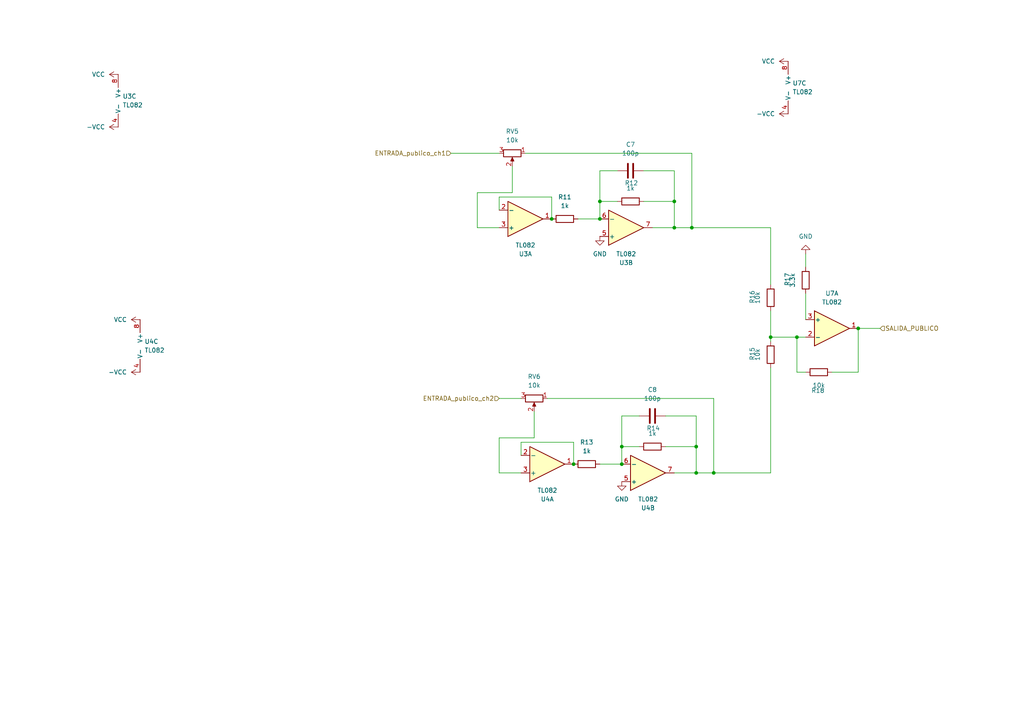
<source format=kicad_sch>
(kicad_sch (version 20231120) (generator "eeschema") (generator_version "8.0")
  (paper "A4")
  (lib_symbols
    (symbol "c:C" (pin_numbers hide) (pin_names (offset 0.254))
      (property "Reference" "C" (at 0.635 2.54 0))
      (property "Value" "C" (at 0.635 -2.54 0))
      (symbol "C_0_1"
        (polyline (pts (xy -2.032 -0.762) (xy 2.032 -0.762)) (stroke (width 0.508)))
        (polyline (pts (xy -2.032 0.762) (xy 2.032 0.762)) (stroke (width 0.508)))
      )
      (symbol "C_1_1"
        (pin passive line (at 0 3.81 270) (length 2.794) (name "~") (number "1"))
        (pin passive line (at 0 -3.81 90) (length 2.794) (name "~") (number "2"))
      )
    )
    (symbol "power:GND" (power) (pin_numbers hide) (pin_names (offset 0) hide)
      (property "Value" "GND" (at 0 -3.81 0))
      (symbol "GND_0_1"
        (polyline (pts (xy 0 0) (xy 0 -1.27) (xy 1.27 -1.27) (xy 0 -2.54) (xy -1.27 -1.27) (xy 0 -1.27)))
      )
      (symbol "GND_1_1"
        (pin power_in line (at 0 0 270) (length 0) (name "~") (number "1"))
      )
    )
    (symbol "power:VCC" (power) (pin_numbers hide) (pin_names (offset 0) hide)
      (property "Value" "VCC" (at 0 3.556 0))
      (symbol "VCC_0_1"
        (polyline (pts (xy -0.762 1.27) (xy 0 2.54)))
        (polyline (pts (xy 0 0) (xy 0 2.54)))
        (polyline (pts (xy 0 2.54) (xy 0.762 1.27)))
      )
      (symbol "VCC_1_1"
        (pin power_in line (at 0 0 90) (length 0) (name "~") (number "1"))
      )
    )
    (symbol "r:R" (pin_numbers hide) (pin_names (offset 0))
      (property "Reference" "R" (at 2.032 0 90))
      (property "Value" "R" (at 0 0 90))
      (symbol "R_0_1"
        (rectangle (start -1.016 -2.54) (end 1.016 2.54) (stroke (width 0.254)))
      )
      (symbol "R_1_1"
        (pin passive line (at 0 3.81 270) (length 1.27) (name "~") (number "1"))
        (pin passive line (at 0 -3.81 90) (length 1.27) (name "~") (number "2"))
      )
    )
    (symbol "r_potentiometer:R_Potentiometer" (pin_names (offset 1.016) hide)
      (property "Reference" "RV" (at -4.445 0 90))
      (property "Value" "R_Potentiometer" (at -2.54 0 90))
      (symbol "R_Potentiometer_0_1"
        (polyline (pts (xy 2.54 0) (xy 1.524 0)))
        (polyline (pts (xy 1.143 0) (xy 2.286 0.508) (xy 2.286 -0.508) (xy 1.143 0)) (fill (type outline)))
        (rectangle (start 1.016 2.54) (end -1.016 -2.54) (stroke (width 0.254)))
      )
      (symbol "R_Potentiometer_1_1"
        (pin passive line (at 0 3.81 270) (length 1.27) (name "1") (number "1"))
        (pin passive line (at 3.81 0 180) (length 1.27) (name "2") (number "2"))
        (pin passive line (at 0 -3.81 90) (length 1.27) (name "3") (number "3"))
      )
    )
    (symbol "tl082:TL082" (pin_names (offset 0.127))
      (property "Reference" "U" (at 0 5.08 0))
      (property "Value" "TL082" (at 0 -5.08 0))
      (symbol "TL082_1_1"
        (polyline (pts (xy -5.08 5.08) (xy 5.08 0) (xy -5.08 -5.08) (xy -5.08 5.08)) (stroke (width 0.254)) (fill (type background)))
        (pin output line (at 7.62 0 180) (length 2.54) (name "~") (number "1"))
        (pin input line (at -7.62 -2.54 0) (length 2.54) (name "-") (number "2"))
        (pin input line (at -7.62 2.54 0) (length 2.54) (name "+") (number "3"))
      )
      (symbol "TL082_2_1"
        (polyline (pts (xy -5.08 5.08) (xy 5.08 0) (xy -5.08 -5.08) (xy -5.08 5.08)) (stroke (width 0.254)) (fill (type background)))
        (pin input line (at -7.62 2.54 0) (length 2.54) (name "+") (number "5"))
        (pin input line (at -7.62 -2.54 0) (length 2.54) (name "-") (number "6"))
        (pin output line (at 7.62 0 180) (length 2.54) (name "~") (number "7"))
      )
      (symbol "TL082_3_1"
        (pin power_in line (at -2.54 -7.62 90) (length 3.81) (name "V-") (number "4"))
        (pin power_in line (at -2.54 7.62 270) (length 3.81) (name "V+") (number "8"))
      )
    )
  )
  (junction (at 166.37 134.62))
  (junction (at 223.52 97.79))
  (junction (at 195.58 66.04))
  (junction (at 180.34 129.54))
  (junction (at 180.34 134.62))
  (junction (at 200.66 66.04))
  (junction (at 201.93 137.16))
  (junction (at 173.99 63.5))
  (junction (at 195.58 58.42))
  (junction (at 248.92 95.25))
  (junction (at 160.02 63.5))
  (junction (at 201.93 129.54))
  (junction (at 231.14 97.79))
  (junction (at 207.01 137.16))
  (junction (at 173.99 58.42))
  (wire (pts (xy 233.68 73.66) (xy 233.68 77.47)))
  (wire (pts (xy 223.52 66.04) (xy 223.52 82.55)))
  (wire (pts (xy 231.14 97.79) (xy 231.14 107.95)))
  (wire (pts (xy 231.14 97.79) (xy 233.68 97.79)))
  (wire (pts (xy 173.99 58.42) (xy 173.99 49.53)))
  (wire (pts (xy 241.3 107.95) (xy 248.92 107.95)))
  (wire (pts (xy 138.43 66.04) (xy 144.78 66.04)))
  (wire (pts (xy 223.52 90.17) (xy 223.52 97.79)))
  (wire (pts (xy 144.78 137.16) (xy 151.13 137.16)))
  (wire (pts (xy 195.58 58.42) (xy 195.58 66.04)))
  (wire (pts (xy 173.99 134.62) (xy 180.34 134.62)))
  (wire (pts (xy 152.4 44.45) (xy 200.66 44.45)))
  (wire (pts (xy 166.37 128.27) (xy 166.37 134.62)))
  (wire (pts (xy 144.78 127) (xy 144.78 137.16)))
  (wire (pts (xy 138.43 55.88) (xy 148.59 55.88)))
  (wire (pts (xy 186.69 49.53) (xy 195.58 49.53)))
  (wire (pts (xy 154.94 119.38) (xy 154.94 127)))
  (wire (pts (xy 207.01 115.57) (xy 207.01 137.16)))
  (wire (pts (xy 130.81 44.45) (xy 144.78 44.45)))
  (wire (pts (xy 180.34 129.54) (xy 180.34 120.65)))
  (wire (pts (xy 223.52 137.16) (xy 207.01 137.16)))
  (wire (pts (xy 180.34 120.65) (xy 185.42 120.65)))
  (wire (pts (xy 154.94 127) (xy 144.78 127)))
  (wire (pts (xy 200.66 44.45) (xy 200.66 66.04)))
  (wire (pts (xy 248.92 107.95) (xy 248.92 95.25)))
  (wire (pts (xy 158.75 115.57) (xy 207.01 115.57)))
  (wire (pts (xy 201.93 129.54) (xy 201.93 137.16)))
  (wire (pts (xy 201.93 129.54) (xy 193.04 129.54)))
  (wire (pts (xy 223.52 97.79) (xy 231.14 97.79)))
  (wire (pts (xy 200.66 66.04) (xy 195.58 66.04)))
  (wire (pts (xy 173.99 49.53) (xy 179.07 49.53)))
  (wire (pts (xy 207.01 137.16) (xy 201.93 137.16)))
  (wire (pts (xy 201.93 120.65) (xy 201.93 129.54)))
  (wire (pts (xy 180.34 134.62) (xy 180.34 129.54)))
  (wire (pts (xy 144.78 60.96) (xy 144.78 57.15)))
  (wire (pts (xy 144.78 57.15) (xy 160.02 57.15)))
  (wire (pts (xy 151.13 132.08) (xy 151.13 128.27)))
  (wire (pts (xy 173.99 58.42) (xy 179.07 58.42)))
  (wire (pts (xy 167.64 63.5) (xy 173.99 63.5)))
  (wire (pts (xy 200.66 66.04) (xy 223.52 66.04)))
  (wire (pts (xy 231.14 107.95) (xy 233.68 107.95)))
  (wire (pts (xy 151.13 128.27) (xy 166.37 128.27)))
  (wire (pts (xy 193.04 120.65) (xy 201.93 120.65)))
  (wire (pts (xy 144.78 115.57) (xy 151.13 115.57)))
  (wire (pts (xy 138.43 55.88) (xy 138.43 66.04)))
  (wire (pts (xy 148.59 48.26) (xy 148.59 55.88)))
  (wire (pts (xy 160.02 57.15) (xy 160.02 63.5)))
  (wire (pts (xy 223.52 97.79) (xy 223.52 99.06)))
  (wire (pts (xy 248.92 95.25) (xy 255.27 95.25)))
  (wire (pts (xy 180.34 129.54) (xy 185.42 129.54)))
  (wire (pts (xy 195.58 58.42) (xy 186.69 58.42)))
  (wire (pts (xy 173.99 63.5) (xy 173.99 58.42)))
  (wire (pts (xy 201.93 137.16) (xy 195.58 137.16)))
  (wire (pts (xy 195.58 49.53) (xy 195.58 58.42)))
  (wire (pts (xy 223.52 106.68) (xy 223.52 137.16)))
  (wire (pts (xy 233.68 85.09) (xy 233.68 92.71)))
  (wire (pts (xy 195.58 66.04) (xy 189.23 66.04)))
  (hierarchical_label "ENTRADA_publico_ch1" (shape input) (at 130.81 44.45 180))
  (hierarchical_label "SALIDA_PUBLICO" (shape input) (at 255.27 95.25 0))
  (hierarchical_label "ENTRADA_publico_ch2" (shape input) (at 144.78 115.57 180))
  (symbol (lib_id "tl082:TL082") (at 43.18 100.33 0) (unit 3)
    (property "Reference" "U4" (at 41.91 99.0599 0) (effects (justify left)))
    (property "Value" "TL082" (at 41.91 101.5999 0) (effects (justify left)))
    (property "Footprint" "huellas_mm:SOIC-8_3.9x4.9mm_P1.27mm" (effects (hide yes)))
    (property "Datasheet" "http://www.ti.com/lit/ds/symlink/tl081.pdf" (effects (hide yes)))
    (property "Description" "Dual JFET-Input Operational Amplifiers, DIP-8/SOIC-8/SSOP-8" (effects (hide yes)))
  )
  (symbol (lib_id "r:R") (at 170.18 134.62 90) (unit 1)
    (property "Reference" "R13" (at 170.18 128.27 90))
    (property "Value" "1k" (at 170.18 130.81 90))
    (property "Footprint" "huellas_mm:R_0805_2012Metric_Pad1.20x1.40mm_HandSolder" (effects (hide yes)))
    (property "Description" "Resistor" (effects (hide yes)))
  )
  (symbol (lib_id "tl082:TL082") (at 181.61 66.04 0) (mirror x) (unit 2)
    (property "Reference" "U3" (at 181.61 76.2 0))
    (property "Value" "TL082" (at 181.61 73.66 0))
    (property "Footprint" "huellas_mm:SOIC-8_3.9x4.9mm_P1.27mm" (effects (hide yes)))
    (property "Datasheet" "http://www.ti.com/lit/ds/symlink/tl081.pdf" (effects (hide yes)))
    (property "Description" "Dual JFET-Input Operational Amplifiers, DIP-8/SOIC-8/SSOP-8" (effects (hide yes)))
  )
  (symbol (lib_id "r:R") (at 182.88 58.42 90) (unit 1)
    (property "Reference" "R12" (at 183.134 53.086 90))
    (property "Value" "1k" (at 182.88 54.61 90))
    (property "Footprint" "huellas_mm:R_0805_2012Metric_Pad1.20x1.40mm_HandSolder" (effects (hide yes)))
    (property "Description" "Resistor" (effects (hide yes)))
  )
  (symbol (lib_id "r:R") (at 189.23 129.54 90) (unit 1)
    (property "Reference" "R14" (at 189.484 124.206 90))
    (property "Value" "1k" (at 189.23 125.73 90))
    (property "Footprint" "huellas_mm:R_0805_2012Metric_Pad1.20x1.40mm_HandSolder" (effects (hide yes)))
    (property "Description" "Resistor" (effects (hide yes)))
  )
  (symbol (lib_id "r:R") (at 237.49 107.95 270) (unit 1)
    (property "Reference" "R18" (at 237.236 113.284 90))
    (property "Value" "10k" (at 237.49 111.76 90))
    (property "Footprint" "huellas_mm:R_0805_2012Metric_Pad1.20x1.40mm_HandSolder" (effects (hide yes)))
    (property "Description" "Resistor" (effects (hide yes)))
  )
  (symbol (lib_id "power:GND") (at 233.68 73.66 180) (unit 1)
    (property "Reference" "#PWR028" (effects (hide yes)))
    (property "Value" "GND" (at 233.68 68.58 0))
    (property "Description" "Power symbol creates a global label with name \"GND\" , ground" (effects (hide yes)))
  )
  (symbol (lib_id "c:C") (at 189.23 120.65 90) (unit 1)
    (property "Reference" "C8" (at 189.23 113.03 90))
    (property "Value" "100p" (at 189.23 115.57 90))
    (property "Footprint" "huellas_mm:C_0805_2012Metric_Pad1.18x1.45mm_HandSolder" (effects (hide yes)))
    (property "Description" "Unpolarized capacitor" (effects (hide yes)))
  )
  (symbol (lib_id "tl082:TL082") (at 187.96 137.16 0) (mirror x) (unit 2)
    (property "Reference" "U4" (at 187.96 147.32 0))
    (property "Value" "TL082" (at 187.96 144.78 0))
    (property "Footprint" "huellas_mm:SOIC-8_3.9x4.9mm_P1.27mm" (effects (hide yes)))
    (property "Datasheet" "http://www.ti.com/lit/ds/symlink/tl081.pdf" (effects (hide yes)))
    (property "Description" "Dual JFET-Input Operational Amplifiers, DIP-8/SOIC-8/SSOP-8" (effects (hide yes)))
  )
  (symbol (lib_id "tl082:TL082") (at 241.3 95.25 0) (unit 1)
    (property "Reference" "U7" (at 241.3 85.09 0))
    (property "Value" "TL082" (at 241.3 87.63 0))
    (property "Footprint" "huellas_mm:SOIC-8_3.9x4.9mm_P1.27mm" (effects (hide yes)))
    (property "Datasheet" "http://www.ti.com/lit/ds/symlink/tl081.pdf" (effects (hide yes)))
    (property "Description" "Dual JFET-Input Operational Amplifiers, DIP-8/SOIC-8/SSOP-8" (effects (hide yes)))
  )
  (symbol (lib_id "power:VCC") (at 34.29 36.83 90) (unit 1)
    (property "Reference" "#PWR040" (effects (hide yes)))
    (property "Value" "-VCC" (at 30.48 36.8299 90) (effects (justify left)))
    (property "Description" "Power symbol creates a global label with name \"VCC\"" (effects (hide yes)))
  )
  (symbol (lib_id "power:VCC") (at 228.6 17.78 90) (unit 1)
    (property "Reference" "#PWR048" (effects (hide yes)))
    (property "Value" "VCC" (at 224.79 17.7799 90) (effects (justify left)))
    (property "Description" "Power symbol creates a global label with name \"VCC\"" (effects (hide yes)))
  )
  (symbol (lib_id "power:GND") (at 173.99 68.58 0) (unit 1)
    (property "Reference" "#PWR07" (effects (hide yes)))
    (property "Value" "GND" (at 173.99 73.66 0))
    (property "Description" "Power symbol creates a global label with name \"GND\" , ground" (effects (hide yes)))
  )
  (symbol (lib_id "c:C") (at 182.88 49.53 90) (unit 1)
    (property "Reference" "C7" (at 182.88 41.91 90))
    (property "Value" "100p" (at 182.88 44.45 90))
    (property "Footprint" "huellas_mm:C_0805_2012Metric_Pad1.18x1.45mm_HandSolder" (effects (hide yes)))
    (property "Description" "Unpolarized capacitor" (effects (hide yes)))
  )
  (symbol (lib_id "tl082:TL082") (at 158.75 134.62 0) (mirror x) (unit 1)
    (property "Reference" "U4" (at 158.75 144.78 0))
    (property "Value" "TL082" (at 158.75 142.24 0))
    (property "Footprint" "huellas_mm:SOIC-8_3.9x4.9mm_P1.27mm" (effects (hide yes)))
    (property "Datasheet" "http://www.ti.com/lit/ds/symlink/tl081.pdf" (effects (hide yes)))
    (property "Description" "Dual JFET-Input Operational Amplifiers, DIP-8/SOIC-8/SSOP-8" (effects (hide yes)))
  )
  (symbol (lib_id "power:GND") (at 180.34 139.7 0) (unit 1)
    (property "Reference" "#PWR015" (effects (hide yes)))
    (property "Value" "GND" (at 180.34 144.78 0))
    (property "Description" "Power symbol creates a global label with name \"GND\" , ground" (effects (hide yes)))
  )
  (symbol (lib_id "power:VCC") (at 34.29 21.59 90) (unit 1)
    (property "Reference" "#PWR038" (effects (hide yes)))
    (property "Value" "VCC" (at 30.48 21.5899 90) (effects (justify left)))
    (property "Description" "Power symbol creates a global label with name \"VCC\"" (effects (hide yes)))
  )
  (symbol (lib_id "r:R") (at 163.83 63.5 90) (unit 1)
    (property "Reference" "R11" (at 163.83 57.15 90))
    (property "Value" "1k" (at 163.83 59.69 90))
    (property "Footprint" "huellas_mm:R_0805_2012Metric_Pad1.20x1.40mm_HandSolder" (effects (hide yes)))
    (property "Description" "Resistor" (effects (hide yes)))
  )
  (symbol (lib_id "tl082:TL082") (at 36.83 29.21 0) (unit 3)
    (property "Reference" "U3" (at 35.56 27.9399 0) (effects (justify left)))
    (property "Value" "TL082" (at 35.56 30.4799 0) (effects (justify left)))
    (property "Footprint" "huellas_mm:SOIC-8_3.9x4.9mm_P1.27mm" (effects (hide yes)))
    (property "Datasheet" "http://www.ti.com/lit/ds/symlink/tl081.pdf" (effects (hide yes)))
    (property "Description" "Dual JFET-Input Operational Amplifiers, DIP-8/SOIC-8/SSOP-8" (effects (hide yes)))
  )
  (symbol (lib_id "r:R") (at 233.68 81.28 180) (unit 1)
    (property "Reference" "R17" (at 228.346 81.026 90))
    (property "Value" "3.3k" (at 229.87 81.28 90))
    (property "Footprint" "huellas_mm:R_0805_2012Metric_Pad1.20x1.40mm_HandSolder" (effects (hide yes)))
    (property "Description" "Resistor" (effects (hide yes)))
  )
  (symbol (lib_id "tl082:TL082") (at 152.4 63.5 0) (mirror x) (unit 1)
    (property "Reference" "U3" (at 152.4 73.66 0))
    (property "Value" "TL082" (at 152.4 71.12 0))
    (property "Footprint" "huellas_mm:SOIC-8_3.9x4.9mm_P1.27mm" (effects (hide yes)))
    (property "Datasheet" "http://www.ti.com/lit/ds/symlink/tl081.pdf" (effects (hide yes)))
    (property "Description" "Dual JFET-Input Operational Amplifiers, DIP-8/SOIC-8/SSOP-8" (effects (hide yes)))
  )
  (symbol (lib_id "r:R") (at 223.52 102.87 180) (unit 1)
    (property "Reference" "R15" (at 218.186 102.616 90))
    (property "Value" "10k" (at 219.71 102.87 90))
    (property "Footprint" "huellas_mm:R_0805_2012Metric_Pad1.20x1.40mm_HandSolder" (effects (hide yes)))
    (property "Description" "Resistor" (effects (hide yes)))
  )
  (symbol (lib_id "r_potentiometer:R_Potentiometer") (at 148.59 44.45 270) (unit 1)
    (property "Reference" "RV5" (at 148.59 38.1 90))
    (property "Value" "10k" (at 148.59 40.64 90))
    (property "Footprint" "huellas_mm:PinHeader_1x03_P2.54mm_Vertical" (effects (hide yes)))
    (property "Description" "Potentiometer" (effects (hide yes)))
  )
  (symbol (lib_id "power:VCC") (at 228.6 33.02 90) (unit 1)
    (property "Reference" "#PWR049" (effects (hide yes)))
    (property "Value" "-VCC" (at 224.79 33.0199 90) (effects (justify left)))
    (property "Description" "Power symbol creates a global label with name \"VCC\"" (effects (hide yes)))
  )
  (symbol (lib_id "power:VCC") (at 40.64 107.95 90) (unit 1)
    (property "Reference" "#PWR042" (effects (hide yes)))
    (property "Value" "-VCC" (at 36.83 107.9499 90) (effects (justify left)))
    (property "Description" "Power symbol creates a global label with name \"VCC\"" (effects (hide yes)))
  )
  (symbol (lib_id "tl082:TL082") (at 231.14 25.4 0) (unit 3)
    (property "Reference" "U7" (at 229.87 24.1299 0) (effects (justify left)))
    (property "Value" "TL082" (at 229.87 26.6699 0) (effects (justify left)))
    (property "Footprint" "huellas_mm:SOIC-8_3.9x4.9mm_P1.27mm" (effects (hide yes)))
    (property "Datasheet" "http://www.ti.com/lit/ds/symlink/tl081.pdf" (effects (hide yes)))
    (property "Description" "Dual JFET-Input Operational Amplifiers, DIP-8/SOIC-8/SSOP-8" (effects (hide yes)))
  )
  (symbol (lib_id "r_potentiometer:R_Potentiometer") (at 154.94 115.57 270) (unit 1)
    (property "Reference" "RV6" (at 154.94 109.22 90))
    (property "Value" "10k" (at 154.94 111.76 90))
    (property "Footprint" "huellas_mm:PinHeader_1x03_P2.54mm_Vertical" (effects (hide yes)))
    (property "Description" "Potentiometer" (effects (hide yes)))
  )
  (symbol (lib_id "r:R") (at 223.52 86.36 180) (unit 1)
    (property "Reference" "R16" (at 218.186 86.106 90))
    (property "Value" "10k" (at 219.71 86.36 90))
    (property "Footprint" "huellas_mm:R_0805_2012Metric_Pad1.20x1.40mm_HandSolder" (effects (hide yes)))
    (property "Description" "Resistor" (effects (hide yes)))
  )
  (symbol (lib_id "power:VCC") (at 40.64 92.71 90) (unit 1)
    (property "Reference" "#PWR045" (effects (hide yes)))
    (property "Value" "VCC" (at 36.83 92.7099 90) (effects (justify left)))
    (property "Description" "Power symbol creates a global label with name \"VCC\"" (effects (hide yes)))
  )
)
</source>
